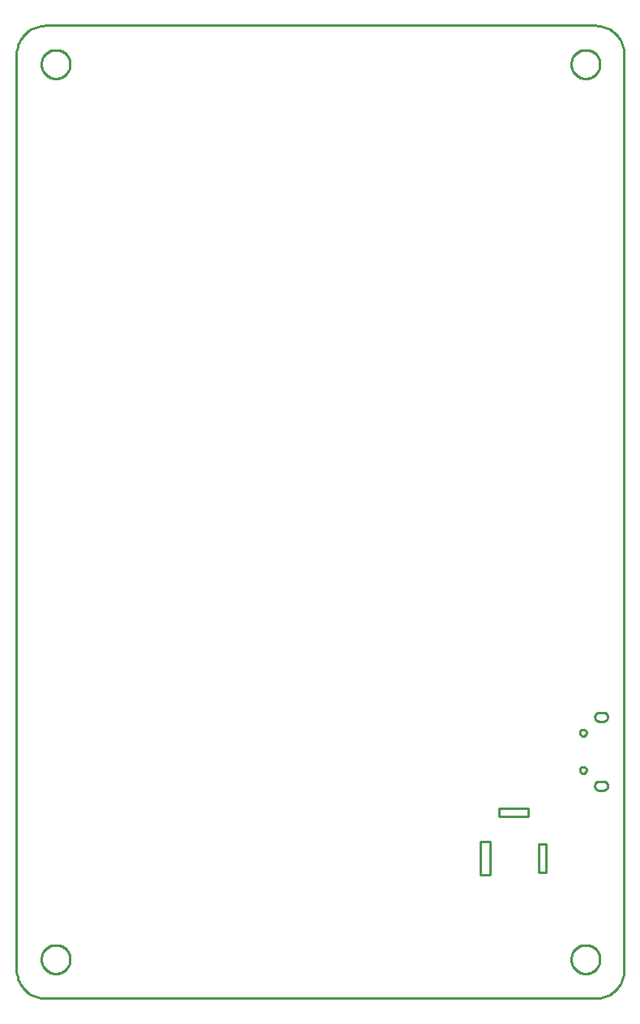
<source format=gbr>
G04 EAGLE Gerber RS-274X export*
G75*
%MOMM*%
%FSLAX34Y34*%
%LPD*%
%IN*%
%IPPOS*%
%AMOC8*
5,1,8,0,0,1.08239X$1,22.5*%
G01*
%ADD10C,0.254000*%


D10*
X950Y29846D02*
X1064Y27232D01*
X1406Y24637D01*
X1972Y22082D01*
X2759Y19586D01*
X3761Y17168D01*
X4969Y14846D01*
X6375Y12639D01*
X7969Y10563D01*
X9737Y8633D01*
X11666Y6865D01*
X13743Y5272D01*
X15950Y3866D01*
X18271Y2657D01*
X20689Y1656D01*
X23185Y869D01*
X25741Y302D01*
X28335Y-40D01*
X30950Y-154D01*
X605950Y-154D01*
X608565Y-40D01*
X611159Y302D01*
X613715Y869D01*
X616211Y1656D01*
X618629Y2657D01*
X620950Y3866D01*
X623157Y5272D01*
X625234Y6865D01*
X627163Y8633D01*
X628931Y10563D01*
X630525Y12639D01*
X631931Y14846D01*
X633139Y17168D01*
X634141Y19586D01*
X634928Y22082D01*
X635494Y24637D01*
X635836Y27232D01*
X635950Y29846D01*
X635950Y985846D01*
X635836Y988461D01*
X635494Y991056D01*
X634928Y993611D01*
X634141Y996107D01*
X633139Y998525D01*
X631931Y1000846D01*
X630525Y1003054D01*
X628931Y1005130D01*
X627163Y1007060D01*
X625234Y1008828D01*
X623157Y1010421D01*
X620950Y1011827D01*
X618629Y1013036D01*
X616211Y1014037D01*
X613715Y1014824D01*
X611159Y1015391D01*
X608565Y1015732D01*
X605950Y1015846D01*
X30950Y1015846D01*
X28335Y1015732D01*
X25741Y1015391D01*
X23185Y1014824D01*
X20689Y1014037D01*
X18271Y1013036D01*
X15950Y1011827D01*
X13743Y1010421D01*
X11666Y1008828D01*
X9737Y1007060D01*
X7969Y1005130D01*
X6375Y1003054D01*
X4969Y1000846D01*
X3761Y998525D01*
X2759Y996107D01*
X1972Y993611D01*
X1406Y991056D01*
X1064Y988461D01*
X950Y985846D01*
X950Y29846D01*
X505700Y190050D02*
X535700Y190050D01*
X535700Y198050D01*
X505700Y198050D01*
X505700Y190050D01*
X485700Y128550D02*
X495700Y128550D01*
X495700Y163550D01*
X485700Y163550D01*
X485700Y128550D01*
X546700Y131050D02*
X554700Y131050D01*
X554700Y161050D01*
X546700Y161050D01*
X546700Y131050D01*
X605590Y293810D02*
X605562Y293459D01*
X605564Y293108D01*
X605597Y292758D01*
X605660Y292412D01*
X605753Y292073D01*
X605876Y291743D01*
X606027Y291425D01*
X606204Y291122D01*
X606408Y290835D01*
X606636Y290567D01*
X606886Y290320D01*
X607157Y290096D01*
X607446Y289896D01*
X607752Y289722D01*
X608072Y289576D01*
X608403Y289458D01*
X608743Y289369D01*
X609090Y289310D01*
X615090Y289310D01*
X615437Y289369D01*
X615777Y289458D01*
X616108Y289576D01*
X616428Y289722D01*
X616734Y289896D01*
X617023Y290096D01*
X617294Y290320D01*
X617544Y290567D01*
X617772Y290835D01*
X617976Y291122D01*
X618153Y291425D01*
X618304Y291743D01*
X618427Y292073D01*
X618520Y292412D01*
X618583Y292758D01*
X618616Y293108D01*
X618618Y293459D01*
X618590Y293810D01*
X618618Y294161D01*
X618616Y294512D01*
X618583Y294862D01*
X618520Y295208D01*
X618427Y295547D01*
X618304Y295877D01*
X618153Y296195D01*
X617976Y296498D01*
X617772Y296785D01*
X617544Y297053D01*
X617294Y297300D01*
X617023Y297524D01*
X616734Y297724D01*
X616428Y297898D01*
X616108Y298044D01*
X615777Y298162D01*
X615437Y298251D01*
X615090Y298310D01*
X609090Y298310D01*
X608743Y298251D01*
X608403Y298162D01*
X608072Y298044D01*
X607752Y297898D01*
X607446Y297724D01*
X607157Y297524D01*
X606886Y297300D01*
X606636Y297053D01*
X606408Y296785D01*
X606204Y296498D01*
X606027Y296195D01*
X605876Y295877D01*
X605753Y295547D01*
X605660Y295208D01*
X605597Y294862D01*
X605564Y294512D01*
X605562Y294161D01*
X605590Y293810D01*
X605590Y220810D02*
X605603Y220505D01*
X605643Y220202D01*
X605709Y219904D01*
X605801Y219613D01*
X605918Y219331D01*
X606059Y219060D01*
X606223Y218802D01*
X606409Y218560D01*
X606615Y218335D01*
X606840Y218129D01*
X607082Y217943D01*
X607340Y217779D01*
X607611Y217638D01*
X607893Y217521D01*
X608184Y217429D01*
X608482Y217363D01*
X608785Y217323D01*
X609090Y217310D01*
X614590Y217310D01*
X614918Y217302D01*
X615245Y217324D01*
X615569Y217373D01*
X615888Y217451D01*
X616198Y217556D01*
X616499Y217687D01*
X616786Y217845D01*
X617059Y218027D01*
X617315Y218232D01*
X617552Y218458D01*
X617768Y218704D01*
X617963Y218969D01*
X618133Y219249D01*
X618278Y219543D01*
X618398Y219848D01*
X618490Y220163D01*
X618554Y220484D01*
X618590Y220810D01*
X618590Y222810D01*
X618554Y223136D01*
X618490Y223457D01*
X618398Y223772D01*
X618278Y224078D01*
X618133Y224371D01*
X617963Y224652D01*
X617768Y224916D01*
X617552Y225162D01*
X617315Y225388D01*
X617059Y225593D01*
X616786Y225775D01*
X616499Y225933D01*
X616198Y226064D01*
X615888Y226169D01*
X615569Y226247D01*
X615245Y226296D01*
X614918Y226318D01*
X614590Y226310D01*
X609090Y226310D01*
X608785Y226297D01*
X608482Y226257D01*
X608184Y226191D01*
X607893Y226099D01*
X607611Y225982D01*
X607340Y225841D01*
X607082Y225677D01*
X606840Y225491D01*
X606615Y225285D01*
X606409Y225060D01*
X606223Y224818D01*
X606059Y224560D01*
X605918Y224289D01*
X605801Y224007D01*
X605709Y223716D01*
X605643Y223418D01*
X605603Y223115D01*
X605590Y222810D01*
X605590Y220810D01*
X593319Y241810D02*
X593774Y241750D01*
X594217Y241631D01*
X594641Y241456D01*
X595039Y241226D01*
X595403Y240947D01*
X595727Y240623D01*
X596006Y240259D01*
X596236Y239861D01*
X596411Y239437D01*
X596530Y238994D01*
X596590Y238539D01*
X596590Y238081D01*
X596530Y237626D01*
X596411Y237183D01*
X596236Y236759D01*
X596006Y236361D01*
X595727Y235997D01*
X595403Y235673D01*
X595039Y235394D01*
X594641Y235164D01*
X594217Y234989D01*
X593774Y234870D01*
X593319Y234810D01*
X592861Y234810D01*
X592406Y234870D01*
X591963Y234989D01*
X591539Y235164D01*
X591141Y235394D01*
X590777Y235673D01*
X590453Y235997D01*
X590174Y236361D01*
X589944Y236759D01*
X589769Y237183D01*
X589650Y237626D01*
X589590Y238081D01*
X589590Y238539D01*
X589650Y238994D01*
X589769Y239437D01*
X589944Y239861D01*
X590174Y240259D01*
X590453Y240623D01*
X590777Y240947D01*
X591141Y241226D01*
X591539Y241456D01*
X591963Y241631D01*
X592406Y241750D01*
X592861Y241810D01*
X593319Y241810D01*
X593319Y280810D02*
X593774Y280750D01*
X594217Y280631D01*
X594641Y280456D01*
X595039Y280226D01*
X595403Y279947D01*
X595727Y279623D01*
X596006Y279259D01*
X596236Y278861D01*
X596411Y278437D01*
X596530Y277994D01*
X596590Y277539D01*
X596590Y277081D01*
X596530Y276626D01*
X596411Y276183D01*
X596236Y275759D01*
X596006Y275361D01*
X595727Y274997D01*
X595403Y274673D01*
X595039Y274394D01*
X594641Y274164D01*
X594217Y273989D01*
X593774Y273870D01*
X593319Y273810D01*
X592861Y273810D01*
X592406Y273870D01*
X591963Y273989D01*
X591539Y274164D01*
X591141Y274394D01*
X590777Y274673D01*
X590453Y274997D01*
X590174Y275361D01*
X589944Y275759D01*
X589769Y276183D01*
X589650Y276626D01*
X589590Y277081D01*
X589590Y277539D01*
X589650Y277994D01*
X589769Y278437D01*
X589944Y278861D01*
X590174Y279259D01*
X590453Y279623D01*
X590777Y279947D01*
X591141Y280226D01*
X591539Y280456D01*
X591963Y280631D01*
X592406Y280750D01*
X592861Y280810D01*
X593319Y280810D01*
X610630Y974824D02*
X610554Y973756D01*
X610401Y972695D01*
X610173Y971648D01*
X609871Y970620D01*
X609497Y969616D01*
X609052Y968641D01*
X608538Y967701D01*
X607959Y966800D01*
X607317Y965942D01*
X606615Y965132D01*
X605858Y964375D01*
X605048Y963673D01*
X604190Y963031D01*
X603289Y962452D01*
X602349Y961938D01*
X601374Y961493D01*
X600370Y961119D01*
X599342Y960817D01*
X598295Y960589D01*
X597234Y960436D01*
X596166Y960360D01*
X595094Y960360D01*
X594026Y960436D01*
X592965Y960589D01*
X591918Y960817D01*
X590890Y961119D01*
X589886Y961493D01*
X588911Y961938D01*
X587971Y962452D01*
X587070Y963031D01*
X586212Y963673D01*
X585402Y964375D01*
X584645Y965132D01*
X583943Y965942D01*
X583301Y966800D01*
X582722Y967701D01*
X582208Y968641D01*
X581763Y969616D01*
X581389Y970620D01*
X581087Y971648D01*
X580859Y972695D01*
X580706Y973756D01*
X580630Y974824D01*
X580630Y975896D01*
X580706Y976964D01*
X580859Y978025D01*
X581087Y979072D01*
X581389Y980100D01*
X581763Y981104D01*
X582208Y982079D01*
X582722Y983019D01*
X583301Y983920D01*
X583943Y984778D01*
X584645Y985588D01*
X585402Y986345D01*
X586212Y987047D01*
X587070Y987689D01*
X587971Y988268D01*
X588911Y988782D01*
X589886Y989227D01*
X590890Y989601D01*
X591918Y989903D01*
X592965Y990131D01*
X594026Y990284D01*
X595094Y990360D01*
X596166Y990360D01*
X597234Y990284D01*
X598295Y990131D01*
X599342Y989903D01*
X600370Y989601D01*
X601374Y989227D01*
X602349Y988782D01*
X603289Y988268D01*
X604190Y987689D01*
X605048Y987047D01*
X605858Y986345D01*
X606615Y985588D01*
X607317Y984778D01*
X607959Y983920D01*
X608538Y983019D01*
X609052Y982079D01*
X609497Y981104D01*
X609871Y980100D01*
X610173Y979072D01*
X610401Y978025D01*
X610554Y976964D01*
X610630Y975896D01*
X610630Y974824D01*
X56910Y40104D02*
X56834Y39036D01*
X56681Y37975D01*
X56453Y36928D01*
X56151Y35900D01*
X55777Y34896D01*
X55332Y33921D01*
X54818Y32981D01*
X54239Y32080D01*
X53597Y31222D01*
X52895Y30412D01*
X52138Y29655D01*
X51328Y28953D01*
X50470Y28311D01*
X49569Y27732D01*
X48629Y27218D01*
X47654Y26773D01*
X46650Y26399D01*
X45622Y26097D01*
X44575Y25869D01*
X43514Y25716D01*
X42446Y25640D01*
X41374Y25640D01*
X40306Y25716D01*
X39245Y25869D01*
X38198Y26097D01*
X37170Y26399D01*
X36166Y26773D01*
X35191Y27218D01*
X34251Y27732D01*
X33350Y28311D01*
X32492Y28953D01*
X31682Y29655D01*
X30925Y30412D01*
X30223Y31222D01*
X29581Y32080D01*
X29002Y32981D01*
X28488Y33921D01*
X28043Y34896D01*
X27669Y35900D01*
X27367Y36928D01*
X27139Y37975D01*
X26986Y39036D01*
X26910Y40104D01*
X26910Y41176D01*
X26986Y42244D01*
X27139Y43305D01*
X27367Y44352D01*
X27669Y45380D01*
X28043Y46384D01*
X28488Y47359D01*
X29002Y48299D01*
X29581Y49200D01*
X30223Y50058D01*
X30925Y50868D01*
X31682Y51625D01*
X32492Y52327D01*
X33350Y52969D01*
X34251Y53548D01*
X35191Y54062D01*
X36166Y54507D01*
X37170Y54881D01*
X38198Y55183D01*
X39245Y55411D01*
X40306Y55564D01*
X41374Y55640D01*
X42446Y55640D01*
X43514Y55564D01*
X44575Y55411D01*
X45622Y55183D01*
X46650Y54881D01*
X47654Y54507D01*
X48629Y54062D01*
X49569Y53548D01*
X50470Y52969D01*
X51328Y52327D01*
X52138Y51625D01*
X52895Y50868D01*
X53597Y50058D01*
X54239Y49200D01*
X54818Y48299D01*
X55332Y47359D01*
X55777Y46384D01*
X56151Y45380D01*
X56453Y44352D01*
X56681Y43305D01*
X56834Y42244D01*
X56910Y41176D01*
X56910Y40104D01*
X610630Y40104D02*
X610554Y39036D01*
X610401Y37975D01*
X610173Y36928D01*
X609871Y35900D01*
X609497Y34896D01*
X609052Y33921D01*
X608538Y32981D01*
X607959Y32080D01*
X607317Y31222D01*
X606615Y30412D01*
X605858Y29655D01*
X605048Y28953D01*
X604190Y28311D01*
X603289Y27732D01*
X602349Y27218D01*
X601374Y26773D01*
X600370Y26399D01*
X599342Y26097D01*
X598295Y25869D01*
X597234Y25716D01*
X596166Y25640D01*
X595094Y25640D01*
X594026Y25716D01*
X592965Y25869D01*
X591918Y26097D01*
X590890Y26399D01*
X589886Y26773D01*
X588911Y27218D01*
X587971Y27732D01*
X587070Y28311D01*
X586212Y28953D01*
X585402Y29655D01*
X584645Y30412D01*
X583943Y31222D01*
X583301Y32080D01*
X582722Y32981D01*
X582208Y33921D01*
X581763Y34896D01*
X581389Y35900D01*
X581087Y36928D01*
X580859Y37975D01*
X580706Y39036D01*
X580630Y40104D01*
X580630Y41176D01*
X580706Y42244D01*
X580859Y43305D01*
X581087Y44352D01*
X581389Y45380D01*
X581763Y46384D01*
X582208Y47359D01*
X582722Y48299D01*
X583301Y49200D01*
X583943Y50058D01*
X584645Y50868D01*
X585402Y51625D01*
X586212Y52327D01*
X587070Y52969D01*
X587971Y53548D01*
X588911Y54062D01*
X589886Y54507D01*
X590890Y54881D01*
X591918Y55183D01*
X592965Y55411D01*
X594026Y55564D01*
X595094Y55640D01*
X596166Y55640D01*
X597234Y55564D01*
X598295Y55411D01*
X599342Y55183D01*
X600370Y54881D01*
X601374Y54507D01*
X602349Y54062D01*
X603289Y53548D01*
X604190Y52969D01*
X605048Y52327D01*
X605858Y51625D01*
X606615Y50868D01*
X607317Y50058D01*
X607959Y49200D01*
X608538Y48299D01*
X609052Y47359D01*
X609497Y46384D01*
X609871Y45380D01*
X610173Y44352D01*
X610401Y43305D01*
X610554Y42244D01*
X610630Y41176D01*
X610630Y40104D01*
X56910Y974824D02*
X56834Y973756D01*
X56681Y972695D01*
X56453Y971648D01*
X56151Y970620D01*
X55777Y969616D01*
X55332Y968641D01*
X54818Y967701D01*
X54239Y966800D01*
X53597Y965942D01*
X52895Y965132D01*
X52138Y964375D01*
X51328Y963673D01*
X50470Y963031D01*
X49569Y962452D01*
X48629Y961938D01*
X47654Y961493D01*
X46650Y961119D01*
X45622Y960817D01*
X44575Y960589D01*
X43514Y960436D01*
X42446Y960360D01*
X41374Y960360D01*
X40306Y960436D01*
X39245Y960589D01*
X38198Y960817D01*
X37170Y961119D01*
X36166Y961493D01*
X35191Y961938D01*
X34251Y962452D01*
X33350Y963031D01*
X32492Y963673D01*
X31682Y964375D01*
X30925Y965132D01*
X30223Y965942D01*
X29581Y966800D01*
X29002Y967701D01*
X28488Y968641D01*
X28043Y969616D01*
X27669Y970620D01*
X27367Y971648D01*
X27139Y972695D01*
X26986Y973756D01*
X26910Y974824D01*
X26910Y975896D01*
X26986Y976964D01*
X27139Y978025D01*
X27367Y979072D01*
X27669Y980100D01*
X28043Y981104D01*
X28488Y982079D01*
X29002Y983019D01*
X29581Y983920D01*
X30223Y984778D01*
X30925Y985588D01*
X31682Y986345D01*
X32492Y987047D01*
X33350Y987689D01*
X34251Y988268D01*
X35191Y988782D01*
X36166Y989227D01*
X37170Y989601D01*
X38198Y989903D01*
X39245Y990131D01*
X40306Y990284D01*
X41374Y990360D01*
X42446Y990360D01*
X43514Y990284D01*
X44575Y990131D01*
X45622Y989903D01*
X46650Y989601D01*
X47654Y989227D01*
X48629Y988782D01*
X49569Y988268D01*
X50470Y987689D01*
X51328Y987047D01*
X52138Y986345D01*
X52895Y985588D01*
X53597Y984778D01*
X54239Y983920D01*
X54818Y983019D01*
X55332Y982079D01*
X55777Y981104D01*
X56151Y980100D01*
X56453Y979072D01*
X56681Y978025D01*
X56834Y976964D01*
X56910Y975896D01*
X56910Y974824D01*
M02*

</source>
